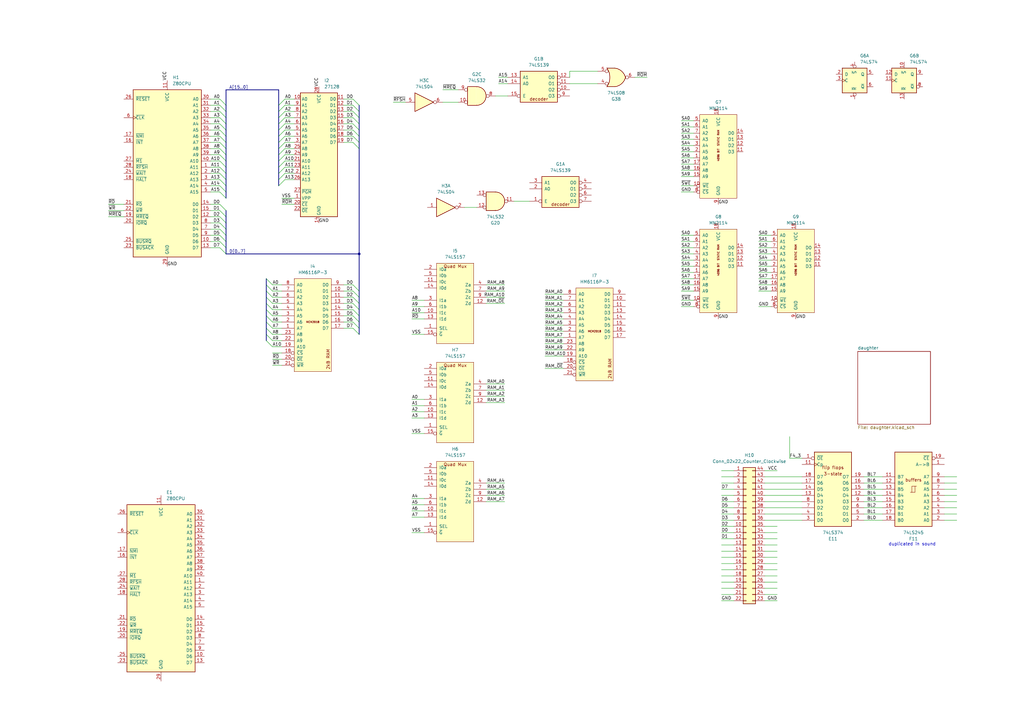
<source format=kicad_sch>
(kicad_sch (version 20231120) (generator "eeschema") (generator_version "8.0")
  (paper "A3")
  (title_block (company "JOTEGO") (comment 1 "Jose Tejada"))
  (junction (at 147.32 104.14))
  (bus_entry (at 144.78 121.92) (size 2.54 2.54))
  (bus_entry (at 90.17 73.66) (size 2.54 2.54))
  (bus_entry (at 111.76 139.7) (size -2.54 -2.54))
  (bus_entry (at 90.17 55.88) (size 2.54 2.54))
  (bus_entry (at 90.17 76.2) (size 2.54 2.54))
  (bus_entry (at 144.78 53.34) (size 2.54 2.54))
  (bus_entry (at 116.84 58.42) (size -2.54 2.54))
  (bus_entry (at 116.84 55.88) (size -2.54 2.54))
  (bus_entry (at 90.17 88.9) (size 2.54 2.54))
  (bus_entry (at 116.84 71.12) (size -2.54 2.54))
  (bus_entry (at 111.76 119.38) (size -2.54 -2.54))
  (bus_entry (at 111.76 124.46) (size -2.54 -2.54))
  (bus_entry (at 90.17 71.12) (size 2.54 2.54))
  (bus_entry (at 116.84 53.34) (size -2.54 2.54))
  (bus_entry (at 144.78 45.72) (size 2.54 2.54))
  (bus_entry (at 111.76 142.24) (size -2.54 -2.54))
  (bus_entry (at 90.17 101.6) (size 2.54 2.54))
  (bus_entry (at 90.17 53.34) (size 2.54 2.54))
  (bus_entry (at 144.78 134.62) (size 2.54 2.54))
  (bus_entry (at 144.78 116.84) (size 2.54 2.54))
  (bus_entry (at 111.76 116.84) (size -2.54 -2.54))
  (bus_entry (at 90.17 68.58) (size 2.54 2.54))
  (bus_entry (at 111.76 127) (size -2.54 -2.54))
  (bus_entry (at 111.76 129.54) (size -2.54 -2.54))
  (bus_entry (at 111.76 121.92) (size -2.54 -2.54))
  (bus_entry (at 90.17 63.5) (size 2.54 2.54))
  (bus_entry (at 90.17 48.26) (size 2.54 2.54))
  (bus_entry (at 90.17 78.74) (size 2.54 2.54))
  (bus_entry (at 116.84 68.58) (size -2.54 2.54))
  (bus_entry (at 116.84 60.96) (size -2.54 2.54))
  (bus_entry (at 90.17 99.06) (size 2.54 2.54))
  (bus_entry (at 111.76 137.16) (size -2.54 -2.54))
  (bus_entry (at 116.84 63.5) (size -2.54 2.54))
  (bus_entry (at 144.78 129.54) (size 2.54 2.54))
  (bus_entry (at 90.17 50.8) (size 2.54 2.54))
  (bus_entry (at 90.17 83.82) (size 2.54 2.54))
  (bus_entry (at 116.84 43.18) (size -2.54 2.54))
  (bus_entry (at 90.17 43.18) (size 2.54 2.54))
  (bus_entry (at 144.78 50.8) (size 2.54 2.54))
  (bus_entry (at 144.78 40.64) (size 2.54 2.54))
  (bus_entry (at 90.17 86.36) (size 2.54 2.54))
  (bus_entry (at 116.84 45.72) (size -2.54 2.54))
  (bus_entry (at 144.78 124.46) (size 2.54 2.54))
  (bus_entry (at 144.78 43.18) (size 2.54 2.54))
  (bus_entry (at 111.76 134.62) (size -2.54 -2.54))
  (bus_entry (at 144.78 127) (size 2.54 2.54))
  (bus_entry (at 90.17 58.42) (size 2.54 2.54))
  (bus_entry (at 90.17 96.52) (size 2.54 2.54))
  (bus_entry (at 111.76 132.08) (size -2.54 -2.54))
  (bus_entry (at 144.78 55.88) (size 2.54 2.54))
  (bus_entry (at 90.17 66.04) (size 2.54 2.54))
  (bus_entry (at 144.78 58.42) (size 2.54 2.54))
  (bus_entry (at 116.84 50.8) (size -2.54 2.54))
  (bus_entry (at 90.17 40.64) (size 2.54 2.54))
  (bus_entry (at 90.17 91.44) (size 2.54 2.54))
  (bus_entry (at 116.84 48.26) (size -2.54 2.54))
  (bus_entry (at 144.78 48.26) (size 2.54 2.54))
  (bus_entry (at 144.78 132.08) (size 2.54 2.54))
  (bus_entry (at 116.84 66.04) (size -2.54 2.54))
  (bus_entry (at 116.84 73.66) (size -2.54 2.54))
  (bus_entry (at 90.17 45.72) (size 2.54 2.54))
  (bus_entry (at 116.84 40.64) (size -2.54 2.54))
  (bus_entry (at 90.17 60.96) (size 2.54 2.54))
  (bus_entry (at 144.78 119.38) (size 2.54 2.54))
  (bus_entry (at 90.17 93.98) (size 2.54 2.54))
  (bus (pts (xy 92.71 99.06) (xy 92.71 101.6)))
  (bus (pts (xy 92.71 78.74) (xy 92.71 76.2)))
  (wire (pts (xy 313.69 210.82) (xy 328.93 210.82)))
  (wire (pts (xy 311.15 99.06) (xy 316.23 99.06)))
  (wire (pts (xy 86.36 78.74) (xy 90.17 78.74)))
  (wire (pts (xy 140.97 132.08) (xy 144.78 132.08)))
  (bus (pts (xy 92.71 71.12) (xy 92.71 68.58)))
  (wire (pts (xy 313.69 208.28) (xy 328.93 208.28)))
  (wire (pts (xy 86.36 88.9) (xy 90.17 88.9)))
  (wire (pts (xy 207.01 203.2) (xy 199.39 203.2)))
  (bus (pts (xy 92.71 68.58) (xy 92.71 66.04)))
  (wire (pts (xy 120.65 68.58) (xy 116.84 68.58)))
  (bus (pts (xy 109.22 132.08) (xy 109.22 134.62)))
  (wire (pts (xy 223.52 146.05) (xy 231.14 146.05)))
  (wire (pts (xy 223.52 140.97) (xy 231.14 140.97)))
  (wire (pts (xy 120.65 48.26) (xy 116.84 48.26)))
  (wire (pts (xy 313.69 195.58) (xy 328.93 195.58)))
  (bus (pts (xy 92.71 50.8) (xy 92.71 48.26)))
  (wire (pts (xy 168.91 209.55) (xy 173.99 209.55)))
  (wire (pts (xy 140.97 50.8) (xy 144.78 50.8)))
  (bus (pts (xy 109.22 127) (xy 109.22 129.54)))
  (wire (pts (xy 86.36 60.96) (xy 90.17 60.96)))
  (wire (pts (xy 207.01 116.84) (xy 199.39 116.84)))
  (wire (pts (xy 323.85 187.96) (xy 323.85 179.07)))
  (wire (pts (xy 279.4 59.69) (xy 284.48 59.69)))
  (wire (pts (xy 295.91 228.6) (xy 300.99 228.6)))
  (wire (pts (xy 313.69 231.14) (xy 318.77 231.14)))
  (wire (pts (xy 168.91 168.91) (xy 173.99 168.91)))
  (wire (pts (xy 86.36 45.72) (xy 90.17 45.72)))
  (bus (pts (xy 114.3 66.04) (xy 114.3 68.58)))
  (wire (pts (xy 311.15 111.76) (xy 316.23 111.76)))
  (wire (pts (xy 111.76 149.86) (xy 115.57 149.86)))
  (wire (pts (xy 120.65 45.72) (xy 116.84 45.72)))
  (wire (pts (xy 140.97 40.64) (xy 144.78 40.64)))
  (wire (pts (xy 313.69 193.04) (xy 318.77 193.04)))
  (wire (pts (xy 140.97 119.38) (xy 144.78 119.38)))
  (bus (pts (xy 147.32 55.88) (xy 147.32 58.42)))
  (wire (pts (xy 233.68 29.21) (xy 245.11 29.21)))
  (wire (pts (xy 140.97 48.26) (xy 144.78 48.26)))
  (wire (pts (xy 311.15 96.52) (xy 316.23 96.52)))
  (bus (pts (xy 114.3 48.26) (xy 114.3 50.8)))
  (wire (pts (xy 44.45 86.36) (xy 50.8 86.36)))
  (wire (pts (xy 140.97 58.42) (xy 144.78 58.42)))
  (wire (pts (xy 279.4 99.06) (xy 284.48 99.06)))
  (wire (pts (xy 86.36 86.36) (xy 90.17 86.36)))
  (wire (pts (xy 387.35 205.74) (xy 392.43 205.74)))
  (wire (pts (xy 313.69 220.98) (xy 318.77 220.98)))
  (wire (pts (xy 120.65 66.04) (xy 116.84 66.04)))
  (wire (pts (xy 120.65 63.5) (xy 116.84 63.5)))
  (bus (pts (xy 147.32 132.08) (xy 147.32 134.62)))
  (wire (pts (xy 223.52 120.65) (xy 231.14 120.65)))
  (wire (pts (xy 161.29 41.91) (xy 166.37 41.91)))
  (wire (pts (xy 204.47 31.75) (xy 208.28 31.75)))
  (bus (pts (xy 147.32 119.38) (xy 147.32 121.92)))
  (bus (pts (xy 147.32 58.42) (xy 147.32 60.96)))
  (wire (pts (xy 140.97 53.34) (xy 144.78 53.34)))
  (wire (pts (xy 279.4 49.53) (xy 284.48 49.53)))
  (wire (pts (xy 140.97 121.92) (xy 144.78 121.92)))
  (bus (pts (xy 92.71 55.88) (xy 92.71 53.34)))
  (wire (pts (xy 86.36 99.06) (xy 90.17 99.06)))
  (wire (pts (xy 279.4 52.07) (xy 284.48 52.07)))
  (wire (pts (xy 354.33 195.58) (xy 361.95 195.58)))
  (bus (pts (xy 147.32 104.14) (xy 147.32 119.38)))
  (bus (pts (xy 92.71 91.44) (xy 92.71 93.98)))
  (wire (pts (xy 295.91 208.28) (xy 300.99 208.28)))
  (wire (pts (xy 115.57 132.08) (xy 111.76 132.08)))
  (wire (pts (xy 295.91 210.82) (xy 300.99 210.82)))
  (wire (pts (xy 120.65 58.42) (xy 116.84 58.42)))
  (wire (pts (xy 279.4 106.68) (xy 284.48 106.68)))
  (wire (pts (xy 311.15 104.14) (xy 316.23 104.14)))
  (wire (pts (xy 313.69 203.2) (xy 328.93 203.2)))
  (wire (pts (xy 313.69 246.38) (xy 318.77 246.38)))
  (wire (pts (xy 168.91 218.44) (xy 173.99 218.44)))
  (wire (pts (xy 295.91 223.52) (xy 300.99 223.52)))
  (wire (pts (xy 140.97 134.62) (xy 144.78 134.62)))
  (wire (pts (xy 279.4 101.6) (xy 284.48 101.6)))
  (wire (pts (xy 313.69 233.68) (xy 318.77 233.68)))
  (wire (pts (xy 313.69 241.3) (xy 318.77 241.3)))
  (bus (pts (xy 114.3 55.88) (xy 114.3 58.42)))
  (wire (pts (xy 387.35 213.36) (xy 392.43 213.36)))
  (bus (pts (xy 147.32 43.18) (xy 147.32 45.72)))
  (wire (pts (xy 279.4 123.19) (xy 284.48 123.19)))
  (wire (pts (xy 279.4 78.74) (xy 284.48 78.74)))
  (wire (pts (xy 86.36 68.58) (xy 90.17 68.58)))
  (wire (pts (xy 279.4 119.38) (xy 284.48 119.38)))
  (wire (pts (xy 86.36 91.44) (xy 90.17 91.44)))
  (wire (pts (xy 140.97 43.18) (xy 144.78 43.18)))
  (wire (pts (xy 313.69 213.36) (xy 328.93 213.36)))
  (wire (pts (xy 295.91 241.3) (xy 300.99 241.3)))
  (wire (pts (xy 295.91 246.38) (xy 300.99 246.38)))
  (wire (pts (xy 86.36 93.98) (xy 90.17 93.98)))
  (wire (pts (xy 86.36 66.04) (xy 90.17 66.04)))
  (wire (pts (xy 115.57 142.24) (xy 111.76 142.24)))
  (wire (pts (xy 140.97 116.84) (xy 144.78 116.84)))
  (wire (pts (xy 111.76 147.32) (xy 115.57 147.32)))
  (wire (pts (xy 313.69 226.06) (xy 318.77 226.06)))
  (wire (pts (xy 279.4 69.85) (xy 284.48 69.85)))
  (wire (pts (xy 115.57 116.84) (xy 111.76 116.84)))
  (wire (pts (xy 313.69 243.84) (xy 318.77 243.84)))
  (bus (pts (xy 147.32 48.26) (xy 147.32 50.8)))
  (wire (pts (xy 210.82 82.55) (xy 217.17 82.55)))
  (wire (pts (xy 140.97 45.72) (xy 144.78 45.72)))
  (bus (pts (xy 114.3 71.12) (xy 114.3 73.66)))
  (bus (pts (xy 109.22 121.92) (xy 109.22 124.46)))
  (wire (pts (xy 207.01 162.56) (xy 199.39 162.56)))
  (wire (pts (xy 115.57 134.62) (xy 111.76 134.62)))
  (wire (pts (xy 86.36 53.34) (xy 90.17 53.34)))
  (wire (pts (xy 207.01 160.02) (xy 199.39 160.02)))
  (wire (pts (xy 120.65 40.64) (xy 116.84 40.64)))
  (wire (pts (xy 140.97 127) (xy 144.78 127)))
  (wire (pts (xy 387.35 210.82) (xy 392.43 210.82)))
  (wire (pts (xy 190.5 85.09) (xy 195.58 85.09)))
  (wire (pts (xy 207.01 200.66) (xy 199.39 200.66)))
  (wire (pts (xy 168.91 128.27) (xy 173.99 128.27)))
  (bus (pts (xy 147.32 60.96) (xy 147.32 104.14)))
  (wire (pts (xy 223.52 130.81) (xy 231.14 130.81)))
  (wire (pts (xy 207.01 121.92) (xy 199.39 121.92)))
  (wire (pts (xy 168.91 137.16) (xy 173.99 137.16)))
  (wire (pts (xy 233.68 31.75) (xy 233.68 29.21)))
  (wire (pts (xy 207.01 205.74) (xy 199.39 205.74)))
  (bus (pts (xy 109.22 116.84) (xy 109.22 119.38)))
  (bus (pts (xy 92.71 88.9) (xy 92.71 91.44)))
  (wire (pts (xy 86.36 55.88) (xy 90.17 55.88)))
  (wire (pts (xy 279.4 54.61) (xy 284.48 54.61)))
  (wire (pts (xy 295.91 215.9) (xy 300.99 215.9)))
  (wire (pts (xy 354.33 213.36) (xy 361.95 213.36)))
  (wire (pts (xy 203.2 39.37) (xy 208.28 39.37)))
  (bus (pts (xy 92.71 60.96) (xy 92.71 58.42)))
  (wire (pts (xy 311.15 119.38) (xy 316.23 119.38)))
  (wire (pts (xy 295.91 195.58) (xy 300.99 195.58)))
  (bus (pts (xy 109.22 114.3) (xy 109.22 116.84)))
  (wire (pts (xy 295.91 218.44) (xy 300.99 218.44)))
  (wire (pts (xy 168.91 204.47) (xy 173.99 204.47)))
  (wire (pts (xy 223.52 133.35) (xy 231.14 133.35)))
  (wire (pts (xy 279.4 104.14) (xy 284.48 104.14)))
  (wire (pts (xy 181.61 36.83) (xy 187.96 36.83)))
  (bus (pts (xy 147.32 45.72) (xy 147.32 48.26)))
  (wire (pts (xy 313.69 238.76) (xy 318.77 238.76)))
  (wire (pts (xy 120.65 50.8) (xy 116.84 50.8)))
  (wire (pts (xy 279.4 67.31) (xy 284.48 67.31)))
  (wire (pts (xy 120.65 60.96) (xy 116.84 60.96)))
  (wire (pts (xy 295.91 213.36) (xy 300.99 213.36)))
  (wire (pts (xy 86.36 101.6) (xy 90.17 101.6)))
  (wire (pts (xy 387.35 200.66) (xy 392.43 200.66)))
  (bus (pts (xy 114.3 60.96) (xy 114.3 63.5)))
  (wire (pts (xy 168.91 125.73) (xy 173.99 125.73)))
  (wire (pts (xy 387.35 203.2) (xy 392.43 203.2)))
  (bus (pts (xy 109.22 134.62) (xy 109.22 137.16)))
  (wire (pts (xy 86.36 73.66) (xy 90.17 73.66)))
  (wire (pts (xy 120.65 73.66) (xy 116.84 73.66)))
  (wire (pts (xy 223.52 143.51) (xy 231.14 143.51)))
  (wire (pts (xy 231.14 151.13) (xy 223.52 151.13)))
  (wire (pts (xy 279.4 64.77) (xy 284.48 64.77)))
  (bus (pts (xy 114.3 73.66) (xy 114.3 76.2)))
  (bus (pts (xy 109.22 129.54) (xy 109.22 132.08)))
  (wire (pts (xy 120.65 55.88) (xy 116.84 55.88)))
  (wire (pts (xy 295.91 203.2) (xy 300.99 203.2)))
  (wire (pts (xy 279.4 96.52) (xy 284.48 96.52)))
  (wire (pts (xy 223.52 135.89) (xy 231.14 135.89)))
  (wire (pts (xy 311.15 109.22) (xy 316.23 109.22)))
  (wire (pts (xy 279.4 62.23) (xy 284.48 62.23)))
  (wire (pts (xy 313.69 215.9) (xy 318.77 215.9)))
  (wire (pts (xy 223.52 128.27) (xy 231.14 128.27)))
  (wire (pts (xy 295.91 205.74) (xy 300.99 205.74)))
  (wire (pts (xy 115.57 121.92) (xy 111.76 121.92)))
  (bus (pts (xy 92.71 104.14) (xy 147.32 104.14)))
  (bus (pts (xy 147.32 50.8) (xy 147.32 53.34)))
  (bus (pts (xy 92.71 66.04) (xy 92.71 63.5)))
  (wire (pts (xy 354.33 208.28) (xy 361.95 208.28)))
  (wire (pts (xy 115.57 127) (xy 111.76 127)))
  (wire (pts (xy 86.36 50.8) (xy 90.17 50.8)))
  (wire (pts (xy 295.91 243.84) (xy 300.99 243.84)))
  (bus (pts (xy 109.22 119.38) (xy 109.22 121.92)))
  (wire (pts (xy 111.76 144.78) (xy 115.57 144.78)))
  (wire (pts (xy 86.36 58.42) (xy 90.17 58.42)))
  (wire (pts (xy 279.4 109.22) (xy 284.48 109.22)))
  (bus (pts (xy 92.71 81.28) (xy 92.71 78.74)))
  (wire (pts (xy 311.15 114.3) (xy 316.23 114.3)))
  (wire (pts (xy 279.4 72.39) (xy 284.48 72.39)))
  (wire (pts (xy 295.91 220.98) (xy 300.99 220.98)))
  (wire (pts (xy 168.91 130.81) (xy 173.99 130.81)))
  (wire (pts (xy 387.35 195.58) (xy 392.43 195.58)))
  (wire (pts (xy 354.33 210.82) (xy 361.95 210.82)))
  (bus (pts (xy 92.71 58.42) (xy 92.71 55.88)))
  (bus (pts (xy 114.3 36.83) (xy 114.3 43.18)))
  (wire (pts (xy 223.52 123.19) (xy 231.14 123.19)))
  (wire (pts (xy 86.36 96.52) (xy 90.17 96.52)))
  (wire (pts (xy 387.35 208.28) (xy 392.43 208.28)))
  (bus (pts (xy 92.71 96.52) (xy 92.71 99.06)))
  (bus (pts (xy 92.71 48.26) (xy 92.71 45.72)))
  (bus (pts (xy 92.71 53.34) (xy 92.71 50.8)))
  (wire (pts (xy 328.93 187.96) (xy 323.85 187.96)))
  (wire (pts (xy 233.68 34.29) (xy 245.11 34.29)))
  (wire (pts (xy 115.57 81.28) (xy 120.65 81.28)))
  (wire (pts (xy 115.57 119.38) (xy 111.76 119.38)))
  (wire (pts (xy 313.69 223.52) (xy 318.77 223.52)))
  (wire (pts (xy 168.91 171.45) (xy 173.99 171.45)))
  (bus (pts (xy 92.71 73.66) (xy 92.71 71.12)))
  (wire (pts (xy 207.01 119.38) (xy 199.39 119.38)))
  (wire (pts (xy 207.01 198.12) (xy 199.39 198.12)))
  (bus (pts (xy 114.3 58.42) (xy 114.3 60.96)))
  (bus (pts (xy 109.22 124.46) (xy 109.22 127)))
  (wire (pts (xy 168.91 123.19) (xy 173.99 123.19)))
  (wire (pts (xy 313.69 218.44) (xy 318.77 218.44)))
  (wire (pts (xy 86.36 83.82) (xy 90.17 83.82)))
  (wire (pts (xy 295.91 233.68) (xy 300.99 233.68)))
  (bus (pts (xy 114.3 68.58) (xy 114.3 71.12)))
  (wire (pts (xy 354.33 200.66) (xy 361.95 200.66)))
  (wire (pts (xy 168.91 163.83) (xy 173.99 163.83)))
  (wire (pts (xy 313.69 200.66) (xy 328.93 200.66)))
  (wire (pts (xy 260.35 31.75) (xy 265.43 31.75)))
  (bus (pts (xy 147.32 129.54) (xy 147.32 132.08)))
  (bus (pts (xy 92.71 63.5) (xy 92.71 60.96)))
  (wire (pts (xy 168.91 177.8) (xy 173.99 177.8)))
  (wire (pts (xy 168.91 166.37) (xy 173.99 166.37)))
  (bus (pts (xy 92.71 45.72) (xy 92.71 43.18)))
  (wire (pts (xy 120.65 71.12) (xy 116.84 71.12)))
  (bus (pts (xy 114.3 50.8) (xy 114.3 53.34)))
  (wire (pts (xy 354.33 205.74) (xy 361.95 205.74)))
  (bus (pts (xy 92.71 86.36) (xy 92.71 88.9)))
  (wire (pts (xy 140.97 55.88) (xy 144.78 55.88)))
  (wire (pts (xy 295.91 200.66) (xy 300.99 200.66)))
  (bus (pts (xy 92.71 101.6) (xy 92.71 104.14)))
  (bus (pts (xy 92.71 76.2) (xy 92.71 73.66)))
  (wire (pts (xy 223.52 125.73) (xy 231.14 125.73)))
  (bus (pts (xy 114.3 45.72) (xy 114.3 48.26)))
  (bus (pts (xy 147.32 134.62) (xy 147.32 137.16)))
  (bus (pts (xy 147.32 124.46) (xy 147.32 127)))
  (wire (pts (xy 168.91 207.01) (xy 173.99 207.01)))
  (wire (pts (xy 86.36 71.12) (xy 90.17 71.12)))
  (wire (pts (xy 311.15 106.68) (xy 316.23 106.68)))
  (wire (pts (xy 311.15 116.84) (xy 316.23 116.84)))
  (wire (pts (xy 279.4 57.15) (xy 284.48 57.15)))
  (wire (pts (xy 279.4 76.2) (xy 284.48 76.2)))
  (wire (pts (xy 115.57 129.54) (xy 111.76 129.54)))
  (wire (pts (xy 140.97 124.46) (xy 144.78 124.46)))
  (wire (pts (xy 313.69 198.12) (xy 328.93 198.12)))
  (wire (pts (xy 295.91 231.14) (xy 300.99 231.14)))
  (wire (pts (xy 86.36 63.5) (xy 90.17 63.5)))
  (wire (pts (xy 120.65 53.34) (xy 116.84 53.34)))
  (bus (pts (xy 114.3 53.34) (xy 114.3 55.88)))
  (wire (pts (xy 223.52 138.43) (xy 231.14 138.43)))
  (bus (pts (xy 109.22 137.16) (xy 109.22 139.7)))
  (wire (pts (xy 181.61 41.91) (xy 187.96 41.91)))
  (wire (pts (xy 86.36 48.26) (xy 90.17 48.26)))
  (wire (pts (xy 86.36 76.2) (xy 90.17 76.2)))
  (wire (pts (xy 207.01 165.1) (xy 199.39 165.1)))
  (wire (pts (xy 295.91 236.22) (xy 300.99 236.22)))
  (wire (pts (xy 354.33 203.2) (xy 361.95 203.2)))
  (bus (pts (xy 147.32 53.34) (xy 147.32 55.88)))
  (wire (pts (xy 115.57 124.46) (xy 111.76 124.46)))
  (wire (pts (xy 168.91 212.09) (xy 173.99 212.09)))
  (wire (pts (xy 295.91 198.12) (xy 300.99 198.12)))
  (wire (pts (xy 313.69 228.6) (xy 318.77 228.6)))
  (wire (pts (xy 387.35 198.12) (xy 392.43 198.12)))
  (wire (pts (xy 311.15 125.73) (xy 316.23 125.73)))
  (bus (pts (xy 114.3 63.5) (xy 114.3 66.04)))
  (wire (pts (xy 44.45 83.82) (xy 50.8 83.82)))
  (wire (pts (xy 199.39 124.46) (xy 207.01 124.46)))
  (wire (pts (xy 120.65 43.18) (xy 116.84 43.18)))
  (wire (pts (xy 279.4 125.73) (xy 284.48 125.73)))
  (wire (pts (xy 279.4 116.84) (xy 284.48 116.84)))
  (wire (pts (xy 279.4 111.76) (xy 284.48 111.76)))
  (wire (pts (xy 313.69 205.74) (xy 328.93 205.74)))
  (wire (pts (xy 115.57 137.16) (xy 111.76 137.16)))
  (wire (pts (xy 140.97 129.54) (xy 144.78 129.54)))
  (wire (pts (xy 115.57 83.82) (xy 120.65 83.82)))
  (wire (pts (xy 295.91 226.06) (xy 300.99 226.06)))
  (wire (pts (xy 44.45 88.9) (xy 50.8 88.9)))
  (wire (pts (xy 279.4 114.3) (xy 284.48 114.3)))
  (wire (pts (xy 115.57 139.7) (xy 111.76 139.7)))
  (wire (pts (xy 295.91 193.04) (xy 300.99 193.04)))
  (wire (pts (xy 86.36 43.18) (xy 90.17 43.18)))
  (bus (pts (xy 147.32 127) (xy 147.32 129.54)))
  (bus (pts (xy 114.3 43.18) (xy 114.3 45.72)))
  (wire (pts (xy 204.47 34.29) (xy 208.28 34.29)))
  (wire (pts (xy 207.01 157.48) (xy 199.39 157.48)))
  (wire (pts (xy 295.91 238.76) (xy 300.99 238.76)))
  (wire (pts (xy 311.15 101.6) (xy 316.23 101.6)))
  (bus (pts (xy 92.71 93.98) (xy 92.71 96.52)))
  (wire (pts (xy 313.69 236.22) (xy 318.77 236.22)))
  (wire (pts (xy 354.33 198.12) (xy 361.95 198.12)))
  (wire (pts (xy 86.36 40.64) (xy 90.17 40.64)))
  (bus (pts (xy 92.71 36.83) (xy 114.3 36.83)))
  (bus (pts (xy 92.71 43.18) (xy 92.71 36.83)))
  (bus (pts (xy 147.32 121.92) (xy 147.32 124.46)))
  (text "duplicated in sound\n" (at 374.142 223.266 0) (effects (font (size 1.27 1.27))))
  (label "D5" (at 295.91 208.28 0))
  (label "RAM_A0" (at 223.52 120.65 0))
  (label "D1" (at 90.17 86.36 180))
  (label "SA5" (at 279.4 62.23 0))
  (label "~{WR}" (at 111.76 149.86 0))
  (label "A8" (at 90.17 60.96 180))
  (label "RAM_~{OE}" (at 223.52 151.13 0))
  (label "GND" (at 311.15 125.73 0))
  (label "SA2" (at 311.15 101.6 0))
  (label "VSS" (at 115.57 81.28 0))
  (label "A0" (at 168.91 163.83 0))
  (label "SA4" (at 279.4 106.68 0))
  (label "A14" (at 204.47 34.29 0))
  (label "A9" (at 116.84 63.5 0))
  (label "D1" (at 144.78 43.18 180))
  (label "D4" (at 90.17 93.98 180))
  (label "~{RD}" (at 44.45 83.82 0))
  (label "SA3" (at 279.4 57.15 0))
  (label "SA6" (at 279.4 111.76 0))
  (label "VSS" (at 168.91 137.16 0))
  (label "RAM_~{OE}" (at 207.01 124.46 180))
  (label "GND" (at 318.77 246.38 180))
  (label "D6" (at 144.78 132.08 180))
  (label "A10" (at 90.17 66.04 180))
  (label "SA8" (at 279.4 116.84 0))
  (label "SA1" (at 279.4 52.07 0))
  (label "A5" (at 90.17 53.34 180))
  (label "A2" (at 168.91 168.91 0))
  (label "F4_3" (at 323.85 187.96 0))
  (label "RAM_A9" (at 223.52 143.51 0))
  (label "A9" (at 90.17 63.5 180))
  (label "A6" (at 116.84 55.88 0))
  (label "SA5" (at 311.15 109.22 0))
  (label "A7" (at 111.76 134.62 0))
  (label "A11" (at 116.84 68.58 0))
  (label "D3" (at 90.17 91.44 180))
  (label "A8" (at 168.91 123.19 0))
  (label "RAM_A8" (at 207.01 116.84 180))
  (label "~{RD}" (at 111.76 147.32 0))
  (label "BL0" (at 355.6 213.36 0))
  (label "A12" (at 90.17 71.12 180))
  (label "RAM_A8" (at 223.52 140.97 0))
  (label "SA3" (at 311.15 104.14 0))
  (label "RAM_A10" (at 207.01 121.92 180))
  (label "D0" (at 144.78 116.84 180))
  (label "RAM_A5" (at 223.52 133.35 0))
  (label "GND" (at 294.64 130.81 0))
  (label "SA8" (at 311.15 116.84 0))
  (label "GND" (at 295.91 246.38 0))
  (label "SA1" (at 279.4 99.06 0))
  (label "RAM_A1" (at 223.52 123.19 0))
  (label "~{RFSH}" (at 161.29 41.91 0))
  (label "~{RD}" (at 168.91 130.81 0))
  (label "A6" (at 168.91 209.55 0))
  (label "A7" (at 90.17 58.42 180))
  (label "~{WR}" (at 44.45 86.36 0))
  (label "RAM_A3" (at 223.52 128.27 0))
  (label "~{MREQ}" (at 181.61 36.83 0))
  (label "D6" (at 144.78 55.88 180))
  (label "A14" (at 90.17 76.2 180))
  (label "RAM_A7" (at 207.01 205.74 180))
  (label "D5" (at 144.78 53.34 180))
  (label "A1" (at 111.76 119.38 0))
  (label "A3" (at 111.76 124.46 0))
  (label "A8" (at 111.76 137.16 0))
  (label "A4" (at 116.84 50.8 0))
  (label "A9" (at 168.91 125.73 0))
  (label "SA2" (at 279.4 101.6 0))
  (label "A1" (at 90.17 43.18 180))
  (label "VCC" (at 130.81 35.56 90))
  (label "SA5" (at 279.4 109.22 0))
  (label "RAM_A4" (at 223.52 130.81 0))
  (label "GND" (at 326.39 130.81 0))
  (label "A3" (at 168.91 171.45 0))
  (label "BL3" (at 355.6 205.74 0))
  (label "A5" (at 168.91 207.01 0))
  (label "BL5" (at 355.6 200.66 0))
  (label "D0" (at 90.17 83.82 180))
  (label "A8" (at 116.84 60.96 0))
  (label "A2" (at 90.17 45.72 180))
  (label "RAM_A0" (at 207.01 157.48 180))
  (label "A10" (at 111.76 142.24 0))
  (label "SA6" (at 311.15 111.76 0))
  (label "D1" (at 295.91 220.98 0))
  (label "SA4" (at 279.4 59.69 0))
  (label "RAM_A3" (at 207.01 165.1 180))
  (label "SA1" (at 311.15 99.06 0))
  (label "~{ROM}" (at 265.43 31.75 180))
  (label "RAM_A6" (at 207.01 203.2 180))
  (label "RAM_A7" (at 223.52 138.43 0))
  (label "D4" (at 295.91 210.82 0))
  (label "BL2" (at 355.6 208.28 0))
  (label "SA2" (at 279.4 54.61 0))
  (label "BL6" (at 355.6 198.12 0))
  (label "A4" (at 111.76 127 0))
  (label "RAM_A4" (at 207.01 198.12 180))
  (label "RAM_A6" (at 223.52 135.89 0))
  (label "A15" (at 90.17 78.74 180))
  (label "A3" (at 90.17 48.26 180))
  (label "SA8" (at 279.4 69.85 0))
  (label "D4" (at 144.78 127 180))
  (label "D3" (at 144.78 124.46 180))
  (label "A5" (at 116.84 53.34 0))
  (label "D7" (at 144.78 134.62 180))
  (label "A13" (at 90.17 73.66 180))
  (label "A4" (at 90.17 50.8 180))
  (label "D3" (at 295.91 213.36 0))
  (label "D7" (at 144.78 58.42 180))
  (label "SA0" (at 311.15 96.52 0))
  (label "RAM_A2" (at 207.01 162.56 180))
  (label "~{ROM}" (at 115.57 83.82 0))
  (label "BL7" (at 355.6 195.58 0))
  (label "D5" (at 90.17 96.52 180))
  (label "D7" (at 90.17 101.6 180))
  (label "BL4" (at 355.6 203.2 0))
  (label "RAM_A10" (at 223.52 146.05 0))
  (label "A0" (at 111.76 116.84 0))
  (label "A0" (at 90.17 40.64 180))
  (label "SA7" (at 311.15 114.3 0))
  (label "A5" (at 111.76 129.54 0))
  (label "GND" (at 130.81 91.44 0))
  (label "A10" (at 168.91 128.27 0))
  (label "GND" (at 294.64 83.82 0))
  (label "SA0" (at 279.4 49.53 0))
  (label "A2" (at 111.76 121.92 0))
  (label "SA9" (at 279.4 119.38 0))
  (label "D2" (at 90.17 88.9 180))
  (label "A11" (at 90.17 68.58 180))
  (label "A2" (at 116.84 45.72 0))
  (label "D0" (at 295.91 218.44 0))
  (label "VCC" (at 68.58 33.02 90))
  (label "SA7" (at 279.4 114.3 0))
  (label "A13" (at 116.84 73.66 0))
  (label "~{SWE}" (at 279.4 76.2 0))
  (label "VSS" (at 168.91 177.8 0))
  (label "SA4" (at 311.15 106.68 0))
  (label "BL1" (at 355.6 210.82 0))
  (label "SA9" (at 279.4 72.39 0))
  (label "A3" (at 116.84 48.26 0))
  (label "RAM_A9" (at 207.01 119.38 180))
  (label "D7" (at 295.91 200.66 0))
  (label "A0" (at 116.84 40.64 0))
  (label "A[15..0]" (at 93.98 36.83 0))
  (label "D3" (at 144.78 48.26 180))
  (label "D5" (at 144.78 129.54 180))
  (label "A6" (at 111.76 132.08 0))
  (label "D6" (at 295.91 205.74 0))
  (label "SA7" (at 279.4 67.31 0))
  (label "D2" (at 295.91 215.9 0))
  (label "A15" (at 204.47 31.75 0))
  (label "A6" (at 90.17 55.88 180))
  (label "GND" (at 279.4 125.73 0))
  (label "D6" (at 90.17 99.06 180))
  (label "GND" (at 68.58 109.22 0))
  (label "~{MREQ}" (at 44.45 88.9 0))
  (label "D0" (at 144.78 40.64 180))
  (label "SA3" (at 279.4 104.14 0))
  (label "A9" (at 111.76 139.7 0))
  (label "D1" (at 144.78 119.38 180))
  (label "A7" (at 168.91 212.09 0))
  (label "SA6" (at 279.4 64.77 0))
  (label "RAM_A2" (at 223.52 125.73 0))
  (label "A7" (at 116.84 58.42 0))
  (label "RAM_A5" (at 207.01 200.66 180))
  (label "VCC" (at 318.77 193.04 180))
  (label "A12" (at 116.84 71.12 0))
  (label "VSS" (at 168.91 218.44 0))
  (label "D4" (at 144.78 50.8 180))
  (label "A4" (at 168.91 204.47 0))
  (label "GND" (at 279.4 78.74 0))
  (label "D2" (at 144.78 121.92 180))
  (label "A10" (at 116.84 66.04 0))
  (label "SA9" (at 311.15 119.38 0))
  (label "D[0..7]" (at 93.98 104.14 0))
  (label "A1" (at 168.91 166.37 0))
  (label "A1" (at 116.84 43.18 0))
  (label "RAM_A1" (at 207.01 160.02 180))
  (label "SA0" (at 279.4 96.52 0))
  (label "D2" (at 144.78 45.72 180))
  (label "~{SWE}" (at 279.4 123.19 0))
  (symbol (lib_id "jt74:74LS74") (at 370.84 33.02 0) (unit 2)
    (property "Reference" "G6" (at 373.0341 22.86 0) (effects (justify left)))
    (property "Value" "74LS74" (at 373.0341 25.4 0) (effects (justify left)))
    (property "Datasheet" "74xx/74hc_hct74.pdf" (effects (hide yes)))
    (property "Description" "Dual D Flip-flop, Set & Reset" (effects (hide yes)))
  )
  (symbol (lib_id "arcade:MN2114") (at 294.64 58.42 0) (unit 1)
    (property "Reference" "G7" (at 294.64 41.91 0) (effects (font (size 1.2446 1.2446))))
    (property "Value" "MN2114" (at 294.64 44.45 0) (effects (font (size 1.2446 1.2446))))
    (property "Datasheet" "https://www.datasheet4u.com/datasheet-pdf/FairchildSemiconductor/F2114/pdf.php?id=1306381" (effects (hide yes)))
    (property "Description" "1024x4 Static RAM" (effects (hide yes)))
  )
  (symbol (lib_id "jt74:74LS08") (at 252.73 31.75 0) (mirror x) (unit 2) (convert 2)
    (property "Reference" "G3" (at 252.7217 40.64 0))
    (property "Value" "74LS08" (at 252.7217 38.1 0))
    (property "Datasheet" "http://www.ti.com/lit/gpn/sn74LS08" (effects (hide yes)))
    (property "Description" "Quad And2" (effects (hide yes)))
  )
  (symbol (lib_id "arcade:HM6116P-3") (at 128.27 132.08 0) (unit 1)
    (property "Reference" "I4" (at 128.27 109.22 0))
    (property "Value" "HM6116P-3" (at 128.27 111.76 0))
    (property "Datasheet" "https://www.alldatasheet.com/datasheet-pdf/pdf/77359/HITACHI/HM6116.html" (effects (hide yes)))
  )
  (symbol (lib_id "jt74:74LS157") (at 186.69 163.83 0) (unit 1)
    (property "Reference" "H7" (at 186.69 143.51 0))
    (property "Value" "74LS157" (at 186.69 146.05 0))
    (property "Datasheet" "https://www.alldatasheet.com/datasheet-pdf/pdf/27402/TI/74LS157.html" (effects (hide yes)))
    (property "Description" "Quad 2 to 1 line Multiplexer" (effects (hide yes)))
  )
  (symbol (lib_id "jt74:74LS32") (at 195.58 39.37 0) (unit 3) (convert 2)
    (property "Reference" "G2" (at 195.58 30.48 0))
    (property "Value" "74LS32" (at 195.58 33.02 0))
    (property "Datasheet" "http://www.ti.com/lit/gpn/sn74LS32" (effects (hide yes)))
    (property "Description" "Quad 2-input OR" (effects (hide yes)))
  )
  (symbol (lib_id "74xx:74LS04") (at 173.99 41.91 0) (unit 3)
    (property "Reference" "H3" (at 173.99 33.02 0))
    (property "Value" "74LS04" (at 173.99 35.56 0))
    (property "Datasheet" "http://www.ti.com/lit/gpn/sn74LS04" (effects (hide yes)))
    (property "Description" "Hex Inverter" (effects (hide yes)))
  )
  (symbol (lib_id "Connector_Generic:Conn_02x22_Counter_Clockwise") (at 306.07 218.44 0) (unit 1)
    (property "Reference" "H10" (at 307.34 186.69 0))
    (property "Value" "Conn_02x22_Counter_Clockwise" (at 307.34 189.23 0))
    (property "Description" "Generic connector, double row, 02x22, counter clockwise pin numbering scheme (similar to DIP package numbering), script generated (kicad-library-utils/schlib/autogen/connector/)" (effects (hide yes)))
  )
  (symbol (lib_id "arcade:HM6116P-3") (at 243.84 135.89 0) (unit 1)
    (property "Reference" "I7" (at 243.84 113.03 0))
    (property "Value" "HM6116P-3" (at 243.84 115.57 0))
    (property "Datasheet" "https://www.alldatasheet.com/datasheet-pdf/pdf/77359/HITACHI/HM6116.html" (effects (hide yes)))
  )
  (symbol (lib_id "jt74:74LS157") (at 186.69 123.19 0) (unit 1)
    (property "Reference" "I5" (at 186.69 102.87 0))
    (property "Value" "74LS157" (at 186.69 105.41 0))
    (property "Datasheet" "https://www.alldatasheet.com/datasheet-pdf/pdf/27402/TI/74LS157.html" (effects (hide yes)))
    (property "Description" "Quad 2 to 1 line Multiplexer" (effects (hide yes)))
  )
  (symbol (lib_id "jt74:74LS74") (at 350.52 33.02 0) (unit 1)
    (property "Reference" "G6" (at 352.7141 22.86 0) (effects (justify left)))
    (property "Value" "74LS74" (at 352.7141 25.4 0) (effects (justify left)))
    (property "Datasheet" "74xx/74hc_hct74.pdf" (effects (hide yes)))
    (property "Description" "Dual D Flip-flop, Set & Reset" (effects (hide yes)))
  )
  (symbol (lib_id "CPU:Z80CPU") (at 66.04 241.3 0) (unit 1)
    (property "Reference" "E1" (at 68.2341 201.93 0) (effects (justify left)))
    (property "Value" "Z80CPU" (at 68.2341 204.47 0) (effects (justify left)))
    (property "Datasheet" "www.zilog.com/manage_directlink.php?filepath=docs/z80/um0080" (effects (hide yes)))
    (property "Description" "8-bit General Purpose Microprocessor, DIP-40" (effects (hide yes)))
  )
  (symbol (lib_id "arcade:MN2114") (at 294.64 105.41 0) (unit 1)
    (property "Reference" "G8" (at 294.64 88.9 0) (effects (font (size 1.2446 1.2446))))
    (property "Value" "MN2114" (at 294.64 91.44 0) (effects (font (size 1.2446 1.2446))))
    (property "Datasheet" "https://www.datasheet4u.com/datasheet-pdf/FairchildSemiconductor/F2114/pdf.php?id=1306381" (effects (hide yes)))
    (property "Description" "1024x4 Static RAM" (effects (hide yes)))
  )
  (symbol (lib_id "74xx:74LS04") (at 182.88 85.09 0) (unit 1)
    (property "Reference" "H3" (at 182.88 76.2 0))
    (property "Value" "74LS04" (at 182.88 78.74 0))
    (property "Datasheet" "http://www.ti.com/lit/gpn/sn74LS04" (effects (hide yes)))
    (property "Description" "Hex Inverter" (effects (hide yes)))
  )
  (symbol (lib_id "jt74:74LS32") (at 203.2 82.55 0) (mirror x) (unit 4) (convert 2)
    (property "Reference" "G2" (at 203.2 91.44 0))
    (property "Value" "74LS32" (at 203.2 88.9 0))
    (property "Datasheet" "http://www.ti.com/lit/gpn/sn74LS32" (effects (hide yes)))
    (property "Description" "Quad 2-input OR" (effects (hide yes)))
  )
  (symbol (lib_id "jt74:74LS157") (at 186.69 204.47 0) (unit 1)
    (property "Reference" "H6" (at 186.69 184.15 0))
    (property "Value" "74LS157" (at 186.69 186.69 0))
    (property "Datasheet" "https://www.alldatasheet.com/datasheet-pdf/pdf/27402/TI/74LS157.html" (effects (hide yes)))
    (property "Description" "Quad 2 to 1 line Multiplexer" (effects (hide yes)))
  )
  (symbol (lib_id "jt74:74LS139") (at 229.87 77.47 0) (unit 1)
    (property "Reference" "G1" (at 229.87 67.31 0))
    (property "Value" "74LS139" (at 229.87 69.85 0))
    (property "Datasheet" "http://www.ti.com/lit/gpn/sn74LS139" (effects (hide yes)))
    (property "Description" "Dual Decoder 1 of 4, Active low outputs" (effects (hide yes)))
  )
  (symbol (lib_id "jt74:74LS245") (at 374.65 200.66 180) (unit 1)
    (property "Reference" "F11" (at 374.65 220.98 0))
    (property "Value" "74LS245" (at 374.65 218.44 0))
    (property "Datasheet" "http://www.ti.com/lit/gpn/sn74LS245" (effects (hide yes)))
    (property "Description" "Octal BUS Transceivers, 3-State outputs" (effects (hide yes)))
  )
  (symbol (lib_id "jt74:74LS139") (at 220.98 34.29 0) (unit 2)
    (property "Reference" "G1" (at 220.98 24.13 0))
    (property "Value" "74LS139" (at 220.98 26.67 0))
    (property "Datasheet" "http://www.ti.com/lit/gpn/sn74LS139" (effects (hide yes)))
    (property "Description" "Dual Decoder 1 of 4, Active low outputs" (effects (hide yes)))
  )
  (symbol (lib_id "jt74:74LS374") (at 341.63 200.66 0) (mirror x) (unit 1)
    (property "Reference" "E11" (at 341.63 220.98 0))
    (property "Value" "74LS374" (at 341.63 218.44 0))
    (property "Datasheet" "http://www.ti.com/lit/gpn/sn74LS374" (effects (hide yes)))
    (property "Description" "8-bit Register, 3-state outputs" (effects (hide yes)))
  )
  (symbol (lib_id "Memory_EPROM:27128") (at 130.81 63.5 0) (unit 1)
    (property "Reference" "I2" (at 133.0041 33.02 0) (effects (justify left)))
    (property "Value" "27128" (at 133.0041 35.56 0) (effects (justify left)))
    (property "Footprint" "Package_DIP:DIP-28_W15.24mm" (effects (hide yes)))
    (property "Datasheet" "http://eeshop.unl.edu/pdf/27128.pdf" (effects (hide yes)))
    (property "Description" "UV Erasable EPROM 128 KiBit, [Obsolete 2000-11]" (effects (hide yes)))
  )
  (symbol (lib_id "CPU:Z80CPU") (at 68.58 71.12 0) (unit 1)
    (property "Reference" "H1" (at 70.7741 31.75 0) (effects (justify left)))
    (property "Value" "Z80CPU" (at 70.7741 34.29 0) (effects (justify left)))
    (property "Datasheet" "www.zilog.com/manage_directlink.php?filepath=docs/z80/um0080" (effects (hide yes)))
    (property "Description" "8-bit General Purpose Microprocessor, DIP-40" (effects (hide yes)))
  )
  (symbol (lib_id "arcade:MN2114") (at 326.39 105.41 0) (unit 1)
    (property "Reference" "G9" (at 326.39 88.9 0) (effects (font (size 1.2446 1.2446))))
    (property "Value" "MN2114" (at 326.39 91.44 0) (effects (font (size 1.2446 1.2446))))
    (property "Datasheet" "https://www.datasheet4u.com/datasheet-pdf/FairchildSemiconductor/F2114/pdf.php?id=1306381" (effects (hide yes)))
    (property "Description" "1024x4 Static RAM" (effects (hide yes)))
  )
  (sheet (at 351.79 144.145) (size 29.845 29.845) (stroke (width 0.1524))
    (property "Sheetname" "daughter" (at 351.79 143.4334 0) (effects (justify left bottom)))
    (property "Sheetfile" "daughter.kicad_sch" (at 351.79 174.5746 0) (effects (justify left top)))
  )
)
</source>
